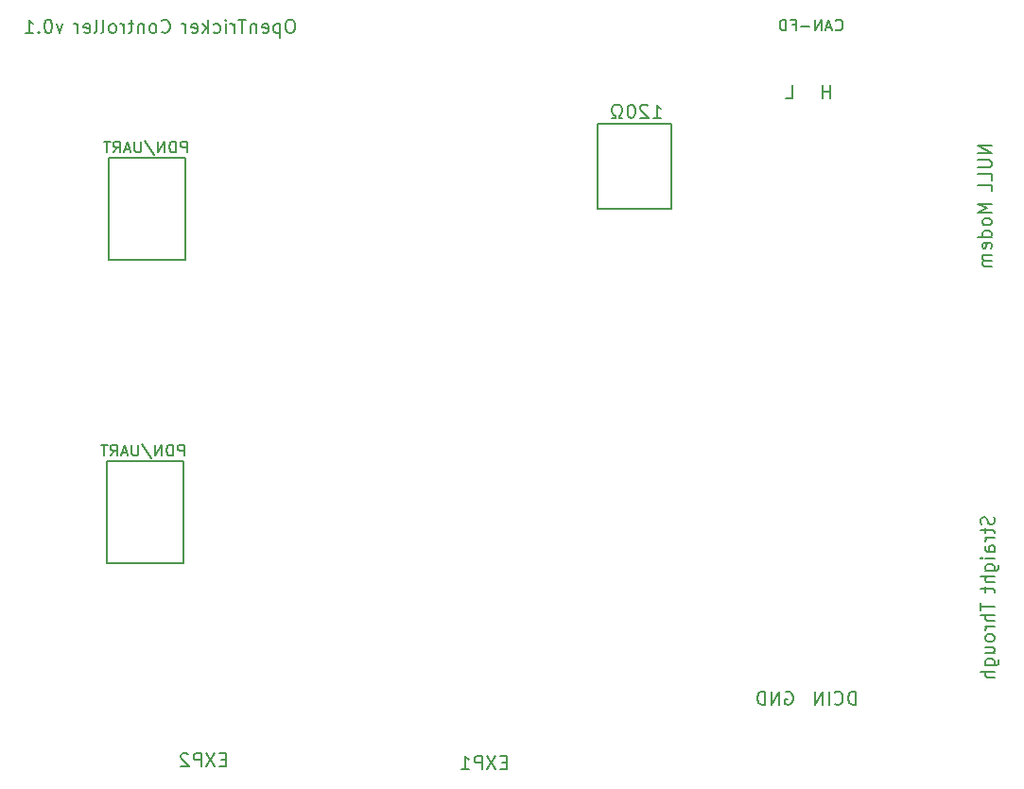
<source format=gbr>
%TF.GenerationSoftware,KiCad,Pcbnew,(7.0.0)*%
%TF.CreationDate,2023-03-02T20:10:48+13:00*%
%TF.ProjectId,pico_expansion_board,7069636f-5f65-4787-9061-6e73696f6e5f,rev?*%
%TF.SameCoordinates,Original*%
%TF.FileFunction,Legend,Bot*%
%TF.FilePolarity,Positive*%
%FSLAX46Y46*%
G04 Gerber Fmt 4.6, Leading zero omitted, Abs format (unit mm)*
G04 Created by KiCad (PCBNEW (7.0.0)) date 2023-03-02 20:10:48*
%MOMM*%
%LPD*%
G01*
G04 APERTURE LIST*
%ADD10C,0.150000*%
G04 APERTURE END LIST*
D10*
X109982000Y-68834000D02*
X116586000Y-68834000D01*
X116586000Y-68834000D02*
X116586000Y-76454000D01*
X116586000Y-76454000D02*
X109982000Y-76454000D01*
X109982000Y-76454000D02*
X109982000Y-68834000D01*
X66167000Y-71882000D02*
X73025000Y-71882000D01*
X73025000Y-71882000D02*
X73025000Y-81026000D01*
X73025000Y-81026000D02*
X66167000Y-81026000D01*
X66167000Y-81026000D02*
X66167000Y-71882000D01*
X66040000Y-99060000D02*
X72898000Y-99060000D01*
X72898000Y-99060000D02*
X72898000Y-108204000D01*
X72898000Y-108204000D02*
X66040000Y-108204000D01*
X66040000Y-108204000D02*
X66040000Y-99060000D01*
X82543714Y-59498857D02*
X82315142Y-59498857D01*
X82315142Y-59498857D02*
X82200857Y-59556000D01*
X82200857Y-59556000D02*
X82086571Y-59670285D01*
X82086571Y-59670285D02*
X82029428Y-59898857D01*
X82029428Y-59898857D02*
X82029428Y-60298857D01*
X82029428Y-60298857D02*
X82086571Y-60527428D01*
X82086571Y-60527428D02*
X82200857Y-60641714D01*
X82200857Y-60641714D02*
X82315142Y-60698857D01*
X82315142Y-60698857D02*
X82543714Y-60698857D01*
X82543714Y-60698857D02*
X82658000Y-60641714D01*
X82658000Y-60641714D02*
X82772285Y-60527428D01*
X82772285Y-60527428D02*
X82829428Y-60298857D01*
X82829428Y-60298857D02*
X82829428Y-59898857D01*
X82829428Y-59898857D02*
X82772285Y-59670285D01*
X82772285Y-59670285D02*
X82658000Y-59556000D01*
X82658000Y-59556000D02*
X82543714Y-59498857D01*
X81515142Y-59898857D02*
X81515142Y-61098857D01*
X81515142Y-59956000D02*
X81400857Y-59898857D01*
X81400857Y-59898857D02*
X81172285Y-59898857D01*
X81172285Y-59898857D02*
X81057999Y-59956000D01*
X81057999Y-59956000D02*
X81000857Y-60013142D01*
X81000857Y-60013142D02*
X80943714Y-60127428D01*
X80943714Y-60127428D02*
X80943714Y-60470285D01*
X80943714Y-60470285D02*
X81000857Y-60584571D01*
X81000857Y-60584571D02*
X81057999Y-60641714D01*
X81057999Y-60641714D02*
X81172285Y-60698857D01*
X81172285Y-60698857D02*
X81400857Y-60698857D01*
X81400857Y-60698857D02*
X81515142Y-60641714D01*
X79972285Y-60641714D02*
X80086571Y-60698857D01*
X80086571Y-60698857D02*
X80315143Y-60698857D01*
X80315143Y-60698857D02*
X80429428Y-60641714D01*
X80429428Y-60641714D02*
X80486571Y-60527428D01*
X80486571Y-60527428D02*
X80486571Y-60070285D01*
X80486571Y-60070285D02*
X80429428Y-59956000D01*
X80429428Y-59956000D02*
X80315143Y-59898857D01*
X80315143Y-59898857D02*
X80086571Y-59898857D01*
X80086571Y-59898857D02*
X79972285Y-59956000D01*
X79972285Y-59956000D02*
X79915143Y-60070285D01*
X79915143Y-60070285D02*
X79915143Y-60184571D01*
X79915143Y-60184571D02*
X80486571Y-60298857D01*
X79400857Y-59898857D02*
X79400857Y-60698857D01*
X79400857Y-60013142D02*
X79343714Y-59956000D01*
X79343714Y-59956000D02*
X79229429Y-59898857D01*
X79229429Y-59898857D02*
X79058000Y-59898857D01*
X79058000Y-59898857D02*
X78943714Y-59956000D01*
X78943714Y-59956000D02*
X78886572Y-60070285D01*
X78886572Y-60070285D02*
X78886572Y-60698857D01*
X78486572Y-59498857D02*
X77800858Y-59498857D01*
X78143715Y-60698857D02*
X78143715Y-59498857D01*
X77400857Y-60698857D02*
X77400857Y-59898857D01*
X77400857Y-60127428D02*
X77343714Y-60013142D01*
X77343714Y-60013142D02*
X77286572Y-59956000D01*
X77286572Y-59956000D02*
X77172286Y-59898857D01*
X77172286Y-59898857D02*
X77058000Y-59898857D01*
X76658000Y-60698857D02*
X76658000Y-59898857D01*
X76658000Y-59498857D02*
X76715143Y-59556000D01*
X76715143Y-59556000D02*
X76658000Y-59613142D01*
X76658000Y-59613142D02*
X76600857Y-59556000D01*
X76600857Y-59556000D02*
X76658000Y-59498857D01*
X76658000Y-59498857D02*
X76658000Y-59613142D01*
X75572286Y-60641714D02*
X75686571Y-60698857D01*
X75686571Y-60698857D02*
X75915143Y-60698857D01*
X75915143Y-60698857D02*
X76029428Y-60641714D01*
X76029428Y-60641714D02*
X76086571Y-60584571D01*
X76086571Y-60584571D02*
X76143714Y-60470285D01*
X76143714Y-60470285D02*
X76143714Y-60127428D01*
X76143714Y-60127428D02*
X76086571Y-60013142D01*
X76086571Y-60013142D02*
X76029428Y-59956000D01*
X76029428Y-59956000D02*
X75915143Y-59898857D01*
X75915143Y-59898857D02*
X75686571Y-59898857D01*
X75686571Y-59898857D02*
X75572286Y-59956000D01*
X75058000Y-60698857D02*
X75058000Y-59498857D01*
X74943715Y-60241714D02*
X74600857Y-60698857D01*
X74600857Y-59898857D02*
X75058000Y-60356000D01*
X73629428Y-60641714D02*
X73743714Y-60698857D01*
X73743714Y-60698857D02*
X73972286Y-60698857D01*
X73972286Y-60698857D02*
X74086571Y-60641714D01*
X74086571Y-60641714D02*
X74143714Y-60527428D01*
X74143714Y-60527428D02*
X74143714Y-60070285D01*
X74143714Y-60070285D02*
X74086571Y-59956000D01*
X74086571Y-59956000D02*
X73972286Y-59898857D01*
X73972286Y-59898857D02*
X73743714Y-59898857D01*
X73743714Y-59898857D02*
X73629428Y-59956000D01*
X73629428Y-59956000D02*
X73572286Y-60070285D01*
X73572286Y-60070285D02*
X73572286Y-60184571D01*
X73572286Y-60184571D02*
X74143714Y-60298857D01*
X73058000Y-60698857D02*
X73058000Y-59898857D01*
X73058000Y-60127428D02*
X73000857Y-60013142D01*
X73000857Y-60013142D02*
X72943715Y-59956000D01*
X72943715Y-59956000D02*
X72829429Y-59898857D01*
X72829429Y-59898857D02*
X72715143Y-59898857D01*
X70909429Y-60584571D02*
X70966572Y-60641714D01*
X70966572Y-60641714D02*
X71138000Y-60698857D01*
X71138000Y-60698857D02*
X71252286Y-60698857D01*
X71252286Y-60698857D02*
X71423715Y-60641714D01*
X71423715Y-60641714D02*
X71538000Y-60527428D01*
X71538000Y-60527428D02*
X71595143Y-60413142D01*
X71595143Y-60413142D02*
X71652286Y-60184571D01*
X71652286Y-60184571D02*
X71652286Y-60013142D01*
X71652286Y-60013142D02*
X71595143Y-59784571D01*
X71595143Y-59784571D02*
X71538000Y-59670285D01*
X71538000Y-59670285D02*
X71423715Y-59556000D01*
X71423715Y-59556000D02*
X71252286Y-59498857D01*
X71252286Y-59498857D02*
X71138000Y-59498857D01*
X71138000Y-59498857D02*
X70966572Y-59556000D01*
X70966572Y-59556000D02*
X70909429Y-59613142D01*
X70223715Y-60698857D02*
X70338000Y-60641714D01*
X70338000Y-60641714D02*
X70395143Y-60584571D01*
X70395143Y-60584571D02*
X70452286Y-60470285D01*
X70452286Y-60470285D02*
X70452286Y-60127428D01*
X70452286Y-60127428D02*
X70395143Y-60013142D01*
X70395143Y-60013142D02*
X70338000Y-59956000D01*
X70338000Y-59956000D02*
X70223715Y-59898857D01*
X70223715Y-59898857D02*
X70052286Y-59898857D01*
X70052286Y-59898857D02*
X69938000Y-59956000D01*
X69938000Y-59956000D02*
X69880858Y-60013142D01*
X69880858Y-60013142D02*
X69823715Y-60127428D01*
X69823715Y-60127428D02*
X69823715Y-60470285D01*
X69823715Y-60470285D02*
X69880858Y-60584571D01*
X69880858Y-60584571D02*
X69938000Y-60641714D01*
X69938000Y-60641714D02*
X70052286Y-60698857D01*
X70052286Y-60698857D02*
X70223715Y-60698857D01*
X69309429Y-59898857D02*
X69309429Y-60698857D01*
X69309429Y-60013142D02*
X69252286Y-59956000D01*
X69252286Y-59956000D02*
X69138001Y-59898857D01*
X69138001Y-59898857D02*
X68966572Y-59898857D01*
X68966572Y-59898857D02*
X68852286Y-59956000D01*
X68852286Y-59956000D02*
X68795144Y-60070285D01*
X68795144Y-60070285D02*
X68795144Y-60698857D01*
X68395144Y-59898857D02*
X67938001Y-59898857D01*
X68223715Y-59498857D02*
X68223715Y-60527428D01*
X68223715Y-60527428D02*
X68166572Y-60641714D01*
X68166572Y-60641714D02*
X68052287Y-60698857D01*
X68052287Y-60698857D02*
X67938001Y-60698857D01*
X67538001Y-60698857D02*
X67538001Y-59898857D01*
X67538001Y-60127428D02*
X67480858Y-60013142D01*
X67480858Y-60013142D02*
X67423716Y-59956000D01*
X67423716Y-59956000D02*
X67309430Y-59898857D01*
X67309430Y-59898857D02*
X67195144Y-59898857D01*
X66623716Y-60698857D02*
X66738001Y-60641714D01*
X66738001Y-60641714D02*
X66795144Y-60584571D01*
X66795144Y-60584571D02*
X66852287Y-60470285D01*
X66852287Y-60470285D02*
X66852287Y-60127428D01*
X66852287Y-60127428D02*
X66795144Y-60013142D01*
X66795144Y-60013142D02*
X66738001Y-59956000D01*
X66738001Y-59956000D02*
X66623716Y-59898857D01*
X66623716Y-59898857D02*
X66452287Y-59898857D01*
X66452287Y-59898857D02*
X66338001Y-59956000D01*
X66338001Y-59956000D02*
X66280859Y-60013142D01*
X66280859Y-60013142D02*
X66223716Y-60127428D01*
X66223716Y-60127428D02*
X66223716Y-60470285D01*
X66223716Y-60470285D02*
X66280859Y-60584571D01*
X66280859Y-60584571D02*
X66338001Y-60641714D01*
X66338001Y-60641714D02*
X66452287Y-60698857D01*
X66452287Y-60698857D02*
X66623716Y-60698857D01*
X65538002Y-60698857D02*
X65652287Y-60641714D01*
X65652287Y-60641714D02*
X65709430Y-60527428D01*
X65709430Y-60527428D02*
X65709430Y-59498857D01*
X64909431Y-60698857D02*
X65023716Y-60641714D01*
X65023716Y-60641714D02*
X65080859Y-60527428D01*
X65080859Y-60527428D02*
X65080859Y-59498857D01*
X63995145Y-60641714D02*
X64109431Y-60698857D01*
X64109431Y-60698857D02*
X64338003Y-60698857D01*
X64338003Y-60698857D02*
X64452288Y-60641714D01*
X64452288Y-60641714D02*
X64509431Y-60527428D01*
X64509431Y-60527428D02*
X64509431Y-60070285D01*
X64509431Y-60070285D02*
X64452288Y-59956000D01*
X64452288Y-59956000D02*
X64338003Y-59898857D01*
X64338003Y-59898857D02*
X64109431Y-59898857D01*
X64109431Y-59898857D02*
X63995145Y-59956000D01*
X63995145Y-59956000D02*
X63938003Y-60070285D01*
X63938003Y-60070285D02*
X63938003Y-60184571D01*
X63938003Y-60184571D02*
X64509431Y-60298857D01*
X63423717Y-60698857D02*
X63423717Y-59898857D01*
X63423717Y-60127428D02*
X63366574Y-60013142D01*
X63366574Y-60013142D02*
X63309432Y-59956000D01*
X63309432Y-59956000D02*
X63195146Y-59898857D01*
X63195146Y-59898857D02*
X63080860Y-59898857D01*
X62075146Y-59898857D02*
X61789432Y-60698857D01*
X61789432Y-60698857D02*
X61503717Y-59898857D01*
X60818003Y-59498857D02*
X60703717Y-59498857D01*
X60703717Y-59498857D02*
X60589431Y-59556000D01*
X60589431Y-59556000D02*
X60532289Y-59613142D01*
X60532289Y-59613142D02*
X60475146Y-59727428D01*
X60475146Y-59727428D02*
X60418003Y-59956000D01*
X60418003Y-59956000D02*
X60418003Y-60241714D01*
X60418003Y-60241714D02*
X60475146Y-60470285D01*
X60475146Y-60470285D02*
X60532289Y-60584571D01*
X60532289Y-60584571D02*
X60589431Y-60641714D01*
X60589431Y-60641714D02*
X60703717Y-60698857D01*
X60703717Y-60698857D02*
X60818003Y-60698857D01*
X60818003Y-60698857D02*
X60932289Y-60641714D01*
X60932289Y-60641714D02*
X60989431Y-60584571D01*
X60989431Y-60584571D02*
X61046574Y-60470285D01*
X61046574Y-60470285D02*
X61103717Y-60241714D01*
X61103717Y-60241714D02*
X61103717Y-59956000D01*
X61103717Y-59956000D02*
X61046574Y-59727428D01*
X61046574Y-59727428D02*
X60989431Y-59613142D01*
X60989431Y-59613142D02*
X60932289Y-59556000D01*
X60932289Y-59556000D02*
X60818003Y-59498857D01*
X59903717Y-60584571D02*
X59846574Y-60641714D01*
X59846574Y-60641714D02*
X59903717Y-60698857D01*
X59903717Y-60698857D02*
X59960860Y-60641714D01*
X59960860Y-60641714D02*
X59903717Y-60584571D01*
X59903717Y-60584571D02*
X59903717Y-60698857D01*
X58703717Y-60698857D02*
X59389431Y-60698857D01*
X59046574Y-60698857D02*
X59046574Y-59498857D01*
X59046574Y-59498857D02*
X59160860Y-59670285D01*
X59160860Y-59670285D02*
X59275145Y-59784571D01*
X59275145Y-59784571D02*
X59389431Y-59841714D01*
X101821999Y-126050285D02*
X101421999Y-126050285D01*
X101250571Y-126678857D02*
X101821999Y-126678857D01*
X101821999Y-126678857D02*
X101821999Y-125478857D01*
X101821999Y-125478857D02*
X101250571Y-125478857D01*
X100850571Y-125478857D02*
X100050571Y-126678857D01*
X100050571Y-125478857D02*
X100850571Y-126678857D01*
X99593428Y-126678857D02*
X99593428Y-125478857D01*
X99593428Y-125478857D02*
X99136285Y-125478857D01*
X99136285Y-125478857D02*
X99022000Y-125536000D01*
X99022000Y-125536000D02*
X98964857Y-125593142D01*
X98964857Y-125593142D02*
X98907714Y-125707428D01*
X98907714Y-125707428D02*
X98907714Y-125878857D01*
X98907714Y-125878857D02*
X98964857Y-125993142D01*
X98964857Y-125993142D02*
X99022000Y-126050285D01*
X99022000Y-126050285D02*
X99136285Y-126107428D01*
X99136285Y-126107428D02*
X99593428Y-126107428D01*
X97764857Y-126678857D02*
X98450571Y-126678857D01*
X98107714Y-126678857D02*
X98107714Y-125478857D01*
X98107714Y-125478857D02*
X98222000Y-125650285D01*
X98222000Y-125650285D02*
X98336285Y-125764571D01*
X98336285Y-125764571D02*
X98450571Y-125821714D01*
X72913904Y-98588380D02*
X72913904Y-97588380D01*
X72913904Y-97588380D02*
X72532952Y-97588380D01*
X72532952Y-97588380D02*
X72437714Y-97636000D01*
X72437714Y-97636000D02*
X72390095Y-97683619D01*
X72390095Y-97683619D02*
X72342476Y-97778857D01*
X72342476Y-97778857D02*
X72342476Y-97921714D01*
X72342476Y-97921714D02*
X72390095Y-98016952D01*
X72390095Y-98016952D02*
X72437714Y-98064571D01*
X72437714Y-98064571D02*
X72532952Y-98112190D01*
X72532952Y-98112190D02*
X72913904Y-98112190D01*
X71913904Y-98588380D02*
X71913904Y-97588380D01*
X71913904Y-97588380D02*
X71675809Y-97588380D01*
X71675809Y-97588380D02*
X71532952Y-97636000D01*
X71532952Y-97636000D02*
X71437714Y-97731238D01*
X71437714Y-97731238D02*
X71390095Y-97826476D01*
X71390095Y-97826476D02*
X71342476Y-98016952D01*
X71342476Y-98016952D02*
X71342476Y-98159809D01*
X71342476Y-98159809D02*
X71390095Y-98350285D01*
X71390095Y-98350285D02*
X71437714Y-98445523D01*
X71437714Y-98445523D02*
X71532952Y-98540761D01*
X71532952Y-98540761D02*
X71675809Y-98588380D01*
X71675809Y-98588380D02*
X71913904Y-98588380D01*
X70913904Y-98588380D02*
X70913904Y-97588380D01*
X70913904Y-97588380D02*
X70342476Y-98588380D01*
X70342476Y-98588380D02*
X70342476Y-97588380D01*
X69152000Y-97540761D02*
X70009142Y-98826476D01*
X68818666Y-97588380D02*
X68818666Y-98397904D01*
X68818666Y-98397904D02*
X68771047Y-98493142D01*
X68771047Y-98493142D02*
X68723428Y-98540761D01*
X68723428Y-98540761D02*
X68628190Y-98588380D01*
X68628190Y-98588380D02*
X68437714Y-98588380D01*
X68437714Y-98588380D02*
X68342476Y-98540761D01*
X68342476Y-98540761D02*
X68294857Y-98493142D01*
X68294857Y-98493142D02*
X68247238Y-98397904D01*
X68247238Y-98397904D02*
X68247238Y-97588380D01*
X67818666Y-98302666D02*
X67342476Y-98302666D01*
X67913904Y-98588380D02*
X67580571Y-97588380D01*
X67580571Y-97588380D02*
X67247238Y-98588380D01*
X66342476Y-98588380D02*
X66675809Y-98112190D01*
X66913904Y-98588380D02*
X66913904Y-97588380D01*
X66913904Y-97588380D02*
X66532952Y-97588380D01*
X66532952Y-97588380D02*
X66437714Y-97636000D01*
X66437714Y-97636000D02*
X66390095Y-97683619D01*
X66390095Y-97683619D02*
X66342476Y-97778857D01*
X66342476Y-97778857D02*
X66342476Y-97921714D01*
X66342476Y-97921714D02*
X66390095Y-98016952D01*
X66390095Y-98016952D02*
X66437714Y-98064571D01*
X66437714Y-98064571D02*
X66532952Y-98112190D01*
X66532952Y-98112190D02*
X66913904Y-98112190D01*
X66056761Y-97588380D02*
X65485333Y-97588380D01*
X65771047Y-98588380D02*
X65771047Y-97588380D01*
X73167904Y-71410380D02*
X73167904Y-70410380D01*
X73167904Y-70410380D02*
X72786952Y-70410380D01*
X72786952Y-70410380D02*
X72691714Y-70458000D01*
X72691714Y-70458000D02*
X72644095Y-70505619D01*
X72644095Y-70505619D02*
X72596476Y-70600857D01*
X72596476Y-70600857D02*
X72596476Y-70743714D01*
X72596476Y-70743714D02*
X72644095Y-70838952D01*
X72644095Y-70838952D02*
X72691714Y-70886571D01*
X72691714Y-70886571D02*
X72786952Y-70934190D01*
X72786952Y-70934190D02*
X73167904Y-70934190D01*
X72167904Y-71410380D02*
X72167904Y-70410380D01*
X72167904Y-70410380D02*
X71929809Y-70410380D01*
X71929809Y-70410380D02*
X71786952Y-70458000D01*
X71786952Y-70458000D02*
X71691714Y-70553238D01*
X71691714Y-70553238D02*
X71644095Y-70648476D01*
X71644095Y-70648476D02*
X71596476Y-70838952D01*
X71596476Y-70838952D02*
X71596476Y-70981809D01*
X71596476Y-70981809D02*
X71644095Y-71172285D01*
X71644095Y-71172285D02*
X71691714Y-71267523D01*
X71691714Y-71267523D02*
X71786952Y-71362761D01*
X71786952Y-71362761D02*
X71929809Y-71410380D01*
X71929809Y-71410380D02*
X72167904Y-71410380D01*
X71167904Y-71410380D02*
X71167904Y-70410380D01*
X71167904Y-70410380D02*
X70596476Y-71410380D01*
X70596476Y-71410380D02*
X70596476Y-70410380D01*
X69406000Y-70362761D02*
X70263142Y-71648476D01*
X69072666Y-70410380D02*
X69072666Y-71219904D01*
X69072666Y-71219904D02*
X69025047Y-71315142D01*
X69025047Y-71315142D02*
X68977428Y-71362761D01*
X68977428Y-71362761D02*
X68882190Y-71410380D01*
X68882190Y-71410380D02*
X68691714Y-71410380D01*
X68691714Y-71410380D02*
X68596476Y-71362761D01*
X68596476Y-71362761D02*
X68548857Y-71315142D01*
X68548857Y-71315142D02*
X68501238Y-71219904D01*
X68501238Y-71219904D02*
X68501238Y-70410380D01*
X68072666Y-71124666D02*
X67596476Y-71124666D01*
X68167904Y-71410380D02*
X67834571Y-70410380D01*
X67834571Y-70410380D02*
X67501238Y-71410380D01*
X66596476Y-71410380D02*
X66929809Y-70934190D01*
X67167904Y-71410380D02*
X67167904Y-70410380D01*
X67167904Y-70410380D02*
X66786952Y-70410380D01*
X66786952Y-70410380D02*
X66691714Y-70458000D01*
X66691714Y-70458000D02*
X66644095Y-70505619D01*
X66644095Y-70505619D02*
X66596476Y-70600857D01*
X66596476Y-70600857D02*
X66596476Y-70743714D01*
X66596476Y-70743714D02*
X66644095Y-70838952D01*
X66644095Y-70838952D02*
X66691714Y-70886571D01*
X66691714Y-70886571D02*
X66786952Y-70934190D01*
X66786952Y-70934190D02*
X67167904Y-70934190D01*
X66310761Y-70410380D02*
X65739333Y-70410380D01*
X66025047Y-71410380D02*
X66025047Y-70410380D01*
X130778285Y-66540857D02*
X130778285Y-65340857D01*
X130778285Y-65912285D02*
X130092571Y-65912285D01*
X130092571Y-66540857D02*
X130092571Y-65340857D01*
X126789714Y-66540857D02*
X127361142Y-66540857D01*
X127361142Y-66540857D02*
X127361142Y-65340857D01*
X114909714Y-68318857D02*
X115595428Y-68318857D01*
X115252571Y-68318857D02*
X115252571Y-67118857D01*
X115252571Y-67118857D02*
X115366857Y-67290285D01*
X115366857Y-67290285D02*
X115481142Y-67404571D01*
X115481142Y-67404571D02*
X115595428Y-67461714D01*
X114452571Y-67233142D02*
X114395428Y-67176000D01*
X114395428Y-67176000D02*
X114281143Y-67118857D01*
X114281143Y-67118857D02*
X113995428Y-67118857D01*
X113995428Y-67118857D02*
X113881143Y-67176000D01*
X113881143Y-67176000D02*
X113824000Y-67233142D01*
X113824000Y-67233142D02*
X113766857Y-67347428D01*
X113766857Y-67347428D02*
X113766857Y-67461714D01*
X113766857Y-67461714D02*
X113824000Y-67633142D01*
X113824000Y-67633142D02*
X114509714Y-68318857D01*
X114509714Y-68318857D02*
X113766857Y-68318857D01*
X113024000Y-67118857D02*
X112909714Y-67118857D01*
X112909714Y-67118857D02*
X112795428Y-67176000D01*
X112795428Y-67176000D02*
X112738286Y-67233142D01*
X112738286Y-67233142D02*
X112681143Y-67347428D01*
X112681143Y-67347428D02*
X112624000Y-67576000D01*
X112624000Y-67576000D02*
X112624000Y-67861714D01*
X112624000Y-67861714D02*
X112681143Y-68090285D01*
X112681143Y-68090285D02*
X112738286Y-68204571D01*
X112738286Y-68204571D02*
X112795428Y-68261714D01*
X112795428Y-68261714D02*
X112909714Y-68318857D01*
X112909714Y-68318857D02*
X113024000Y-68318857D01*
X113024000Y-68318857D02*
X113138286Y-68261714D01*
X113138286Y-68261714D02*
X113195428Y-68204571D01*
X113195428Y-68204571D02*
X113252571Y-68090285D01*
X113252571Y-68090285D02*
X113309714Y-67861714D01*
X113309714Y-67861714D02*
X113309714Y-67576000D01*
X113309714Y-67576000D02*
X113252571Y-67347428D01*
X113252571Y-67347428D02*
X113195428Y-67233142D01*
X113195428Y-67233142D02*
X113138286Y-67176000D01*
X113138286Y-67176000D02*
X113024000Y-67118857D01*
X112166857Y-68318857D02*
X111881143Y-68318857D01*
X111881143Y-68318857D02*
X111881143Y-68090285D01*
X111881143Y-68090285D02*
X111995429Y-68033142D01*
X111995429Y-68033142D02*
X112109714Y-67918857D01*
X112109714Y-67918857D02*
X112166857Y-67747428D01*
X112166857Y-67747428D02*
X112166857Y-67461714D01*
X112166857Y-67461714D02*
X112109714Y-67290285D01*
X112109714Y-67290285D02*
X111995429Y-67176000D01*
X111995429Y-67176000D02*
X111824000Y-67118857D01*
X111824000Y-67118857D02*
X111595429Y-67118857D01*
X111595429Y-67118857D02*
X111424000Y-67176000D01*
X111424000Y-67176000D02*
X111309714Y-67290285D01*
X111309714Y-67290285D02*
X111252571Y-67461714D01*
X111252571Y-67461714D02*
X111252571Y-67747428D01*
X111252571Y-67747428D02*
X111309714Y-67918857D01*
X111309714Y-67918857D02*
X111424000Y-68033142D01*
X111424000Y-68033142D02*
X111538286Y-68090285D01*
X111538286Y-68090285D02*
X111538286Y-68318857D01*
X111538286Y-68318857D02*
X111252571Y-68318857D01*
X131270476Y-60393142D02*
X131318095Y-60440761D01*
X131318095Y-60440761D02*
X131460952Y-60488380D01*
X131460952Y-60488380D02*
X131556190Y-60488380D01*
X131556190Y-60488380D02*
X131699047Y-60440761D01*
X131699047Y-60440761D02*
X131794285Y-60345523D01*
X131794285Y-60345523D02*
X131841904Y-60250285D01*
X131841904Y-60250285D02*
X131889523Y-60059809D01*
X131889523Y-60059809D02*
X131889523Y-59916952D01*
X131889523Y-59916952D02*
X131841904Y-59726476D01*
X131841904Y-59726476D02*
X131794285Y-59631238D01*
X131794285Y-59631238D02*
X131699047Y-59536000D01*
X131699047Y-59536000D02*
X131556190Y-59488380D01*
X131556190Y-59488380D02*
X131460952Y-59488380D01*
X131460952Y-59488380D02*
X131318095Y-59536000D01*
X131318095Y-59536000D02*
X131270476Y-59583619D01*
X130889523Y-60202666D02*
X130413333Y-60202666D01*
X130984761Y-60488380D02*
X130651428Y-59488380D01*
X130651428Y-59488380D02*
X130318095Y-60488380D01*
X129984761Y-60488380D02*
X129984761Y-59488380D01*
X129984761Y-59488380D02*
X129413333Y-60488380D01*
X129413333Y-60488380D02*
X129413333Y-59488380D01*
X128937142Y-60107428D02*
X128175238Y-60107428D01*
X127365714Y-59964571D02*
X127699047Y-59964571D01*
X127699047Y-60488380D02*
X127699047Y-59488380D01*
X127699047Y-59488380D02*
X127222857Y-59488380D01*
X126841904Y-60488380D02*
X126841904Y-59488380D01*
X126841904Y-59488380D02*
X126603809Y-59488380D01*
X126603809Y-59488380D02*
X126460952Y-59536000D01*
X126460952Y-59536000D02*
X126365714Y-59631238D01*
X126365714Y-59631238D02*
X126318095Y-59726476D01*
X126318095Y-59726476D02*
X126270476Y-59916952D01*
X126270476Y-59916952D02*
X126270476Y-60059809D01*
X126270476Y-60059809D02*
X126318095Y-60250285D01*
X126318095Y-60250285D02*
X126365714Y-60345523D01*
X126365714Y-60345523D02*
X126460952Y-60440761D01*
X126460952Y-60440761D02*
X126603809Y-60488380D01*
X126603809Y-60488380D02*
X126841904Y-60488380D01*
X133064285Y-120896857D02*
X133064285Y-119696857D01*
X133064285Y-119696857D02*
X132778571Y-119696857D01*
X132778571Y-119696857D02*
X132607142Y-119754000D01*
X132607142Y-119754000D02*
X132492857Y-119868285D01*
X132492857Y-119868285D02*
X132435714Y-119982571D01*
X132435714Y-119982571D02*
X132378571Y-120211142D01*
X132378571Y-120211142D02*
X132378571Y-120382571D01*
X132378571Y-120382571D02*
X132435714Y-120611142D01*
X132435714Y-120611142D02*
X132492857Y-120725428D01*
X132492857Y-120725428D02*
X132607142Y-120839714D01*
X132607142Y-120839714D02*
X132778571Y-120896857D01*
X132778571Y-120896857D02*
X133064285Y-120896857D01*
X131178571Y-120782571D02*
X131235714Y-120839714D01*
X131235714Y-120839714D02*
X131407142Y-120896857D01*
X131407142Y-120896857D02*
X131521428Y-120896857D01*
X131521428Y-120896857D02*
X131692857Y-120839714D01*
X131692857Y-120839714D02*
X131807142Y-120725428D01*
X131807142Y-120725428D02*
X131864285Y-120611142D01*
X131864285Y-120611142D02*
X131921428Y-120382571D01*
X131921428Y-120382571D02*
X131921428Y-120211142D01*
X131921428Y-120211142D02*
X131864285Y-119982571D01*
X131864285Y-119982571D02*
X131807142Y-119868285D01*
X131807142Y-119868285D02*
X131692857Y-119754000D01*
X131692857Y-119754000D02*
X131521428Y-119696857D01*
X131521428Y-119696857D02*
X131407142Y-119696857D01*
X131407142Y-119696857D02*
X131235714Y-119754000D01*
X131235714Y-119754000D02*
X131178571Y-119811142D01*
X130664285Y-120896857D02*
X130664285Y-119696857D01*
X130092856Y-120896857D02*
X130092856Y-119696857D01*
X130092856Y-119696857D02*
X129407142Y-120896857D01*
X129407142Y-120896857D02*
X129407142Y-119696857D01*
X126767142Y-119754000D02*
X126881428Y-119696857D01*
X126881428Y-119696857D02*
X127052856Y-119696857D01*
X127052856Y-119696857D02*
X127224285Y-119754000D01*
X127224285Y-119754000D02*
X127338570Y-119868285D01*
X127338570Y-119868285D02*
X127395713Y-119982571D01*
X127395713Y-119982571D02*
X127452856Y-120211142D01*
X127452856Y-120211142D02*
X127452856Y-120382571D01*
X127452856Y-120382571D02*
X127395713Y-120611142D01*
X127395713Y-120611142D02*
X127338570Y-120725428D01*
X127338570Y-120725428D02*
X127224285Y-120839714D01*
X127224285Y-120839714D02*
X127052856Y-120896857D01*
X127052856Y-120896857D02*
X126938570Y-120896857D01*
X126938570Y-120896857D02*
X126767142Y-120839714D01*
X126767142Y-120839714D02*
X126709999Y-120782571D01*
X126709999Y-120782571D02*
X126709999Y-120382571D01*
X126709999Y-120382571D02*
X126938570Y-120382571D01*
X126195713Y-120896857D02*
X126195713Y-119696857D01*
X126195713Y-119696857D02*
X125509999Y-120896857D01*
X125509999Y-120896857D02*
X125509999Y-119696857D01*
X124938570Y-120896857D02*
X124938570Y-119696857D01*
X124938570Y-119696857D02*
X124652856Y-119696857D01*
X124652856Y-119696857D02*
X124481427Y-119754000D01*
X124481427Y-119754000D02*
X124367142Y-119868285D01*
X124367142Y-119868285D02*
X124309999Y-119982571D01*
X124309999Y-119982571D02*
X124252856Y-120211142D01*
X124252856Y-120211142D02*
X124252856Y-120382571D01*
X124252856Y-120382571D02*
X124309999Y-120611142D01*
X124309999Y-120611142D02*
X124367142Y-120725428D01*
X124367142Y-120725428D02*
X124481427Y-120839714D01*
X124481427Y-120839714D02*
X124652856Y-120896857D01*
X124652856Y-120896857D02*
X124938570Y-120896857D01*
X76675999Y-125796285D02*
X76275999Y-125796285D01*
X76104571Y-126424857D02*
X76675999Y-126424857D01*
X76675999Y-126424857D02*
X76675999Y-125224857D01*
X76675999Y-125224857D02*
X76104571Y-125224857D01*
X75704571Y-125224857D02*
X74904571Y-126424857D01*
X74904571Y-125224857D02*
X75704571Y-126424857D01*
X74447428Y-126424857D02*
X74447428Y-125224857D01*
X74447428Y-125224857D02*
X73990285Y-125224857D01*
X73990285Y-125224857D02*
X73876000Y-125282000D01*
X73876000Y-125282000D02*
X73818857Y-125339142D01*
X73818857Y-125339142D02*
X73761714Y-125453428D01*
X73761714Y-125453428D02*
X73761714Y-125624857D01*
X73761714Y-125624857D02*
X73818857Y-125739142D01*
X73818857Y-125739142D02*
X73876000Y-125796285D01*
X73876000Y-125796285D02*
X73990285Y-125853428D01*
X73990285Y-125853428D02*
X74447428Y-125853428D01*
X73304571Y-125339142D02*
X73247428Y-125282000D01*
X73247428Y-125282000D02*
X73133143Y-125224857D01*
X73133143Y-125224857D02*
X72847428Y-125224857D01*
X72847428Y-125224857D02*
X72733143Y-125282000D01*
X72733143Y-125282000D02*
X72676000Y-125339142D01*
X72676000Y-125339142D02*
X72618857Y-125453428D01*
X72618857Y-125453428D02*
X72618857Y-125567714D01*
X72618857Y-125567714D02*
X72676000Y-125739142D01*
X72676000Y-125739142D02*
X73361714Y-126424857D01*
X73361714Y-126424857D02*
X72618857Y-126424857D01*
X145220857Y-70811428D02*
X144020857Y-70811428D01*
X144020857Y-70811428D02*
X145220857Y-71497142D01*
X145220857Y-71497142D02*
X144020857Y-71497142D01*
X144020857Y-72068571D02*
X144992285Y-72068571D01*
X144992285Y-72068571D02*
X145106571Y-72125714D01*
X145106571Y-72125714D02*
X145163714Y-72182857D01*
X145163714Y-72182857D02*
X145220857Y-72297142D01*
X145220857Y-72297142D02*
X145220857Y-72525714D01*
X145220857Y-72525714D02*
X145163714Y-72639999D01*
X145163714Y-72639999D02*
X145106571Y-72697142D01*
X145106571Y-72697142D02*
X144992285Y-72754285D01*
X144992285Y-72754285D02*
X144020857Y-72754285D01*
X145220857Y-73897142D02*
X145220857Y-73325714D01*
X145220857Y-73325714D02*
X144020857Y-73325714D01*
X145220857Y-74868571D02*
X145220857Y-74297143D01*
X145220857Y-74297143D02*
X144020857Y-74297143D01*
X145220857Y-75988572D02*
X144020857Y-75988572D01*
X144020857Y-75988572D02*
X144878000Y-76388572D01*
X144878000Y-76388572D02*
X144020857Y-76788572D01*
X144020857Y-76788572D02*
X145220857Y-76788572D01*
X145220857Y-77531429D02*
X145163714Y-77417144D01*
X145163714Y-77417144D02*
X145106571Y-77360001D01*
X145106571Y-77360001D02*
X144992285Y-77302858D01*
X144992285Y-77302858D02*
X144649428Y-77302858D01*
X144649428Y-77302858D02*
X144535142Y-77360001D01*
X144535142Y-77360001D02*
X144478000Y-77417144D01*
X144478000Y-77417144D02*
X144420857Y-77531429D01*
X144420857Y-77531429D02*
X144420857Y-77702858D01*
X144420857Y-77702858D02*
X144478000Y-77817144D01*
X144478000Y-77817144D02*
X144535142Y-77874287D01*
X144535142Y-77874287D02*
X144649428Y-77931429D01*
X144649428Y-77931429D02*
X144992285Y-77931429D01*
X144992285Y-77931429D02*
X145106571Y-77874287D01*
X145106571Y-77874287D02*
X145163714Y-77817144D01*
X145163714Y-77817144D02*
X145220857Y-77702858D01*
X145220857Y-77702858D02*
X145220857Y-77531429D01*
X145220857Y-78960001D02*
X144020857Y-78960001D01*
X145163714Y-78960001D02*
X145220857Y-78845715D01*
X145220857Y-78845715D02*
X145220857Y-78617143D01*
X145220857Y-78617143D02*
X145163714Y-78502858D01*
X145163714Y-78502858D02*
X145106571Y-78445715D01*
X145106571Y-78445715D02*
X144992285Y-78388572D01*
X144992285Y-78388572D02*
X144649428Y-78388572D01*
X144649428Y-78388572D02*
X144535142Y-78445715D01*
X144535142Y-78445715D02*
X144478000Y-78502858D01*
X144478000Y-78502858D02*
X144420857Y-78617143D01*
X144420857Y-78617143D02*
X144420857Y-78845715D01*
X144420857Y-78845715D02*
X144478000Y-78960001D01*
X145163714Y-79988572D02*
X145220857Y-79874286D01*
X145220857Y-79874286D02*
X145220857Y-79645715D01*
X145220857Y-79645715D02*
X145163714Y-79531429D01*
X145163714Y-79531429D02*
X145049428Y-79474286D01*
X145049428Y-79474286D02*
X144592285Y-79474286D01*
X144592285Y-79474286D02*
X144478000Y-79531429D01*
X144478000Y-79531429D02*
X144420857Y-79645715D01*
X144420857Y-79645715D02*
X144420857Y-79874286D01*
X144420857Y-79874286D02*
X144478000Y-79988572D01*
X144478000Y-79988572D02*
X144592285Y-80045715D01*
X144592285Y-80045715D02*
X144706571Y-80045715D01*
X144706571Y-80045715D02*
X144820857Y-79474286D01*
X145220857Y-80560000D02*
X144420857Y-80560000D01*
X144535142Y-80560000D02*
X144478000Y-80617143D01*
X144478000Y-80617143D02*
X144420857Y-80731428D01*
X144420857Y-80731428D02*
X144420857Y-80902857D01*
X144420857Y-80902857D02*
X144478000Y-81017143D01*
X144478000Y-81017143D02*
X144592285Y-81074286D01*
X144592285Y-81074286D02*
X145220857Y-81074286D01*
X144592285Y-81074286D02*
X144478000Y-81131428D01*
X144478000Y-81131428D02*
X144420857Y-81245714D01*
X144420857Y-81245714D02*
X144420857Y-81417143D01*
X144420857Y-81417143D02*
X144478000Y-81531428D01*
X144478000Y-81531428D02*
X144592285Y-81588571D01*
X144592285Y-81588571D02*
X145220857Y-81588571D01*
%TO.C,J6*%
X145417714Y-104044858D02*
X145474857Y-104216287D01*
X145474857Y-104216287D02*
X145474857Y-104502001D01*
X145474857Y-104502001D02*
X145417714Y-104616287D01*
X145417714Y-104616287D02*
X145360571Y-104673429D01*
X145360571Y-104673429D02*
X145246285Y-104730572D01*
X145246285Y-104730572D02*
X145132000Y-104730572D01*
X145132000Y-104730572D02*
X145017714Y-104673429D01*
X145017714Y-104673429D02*
X144960571Y-104616287D01*
X144960571Y-104616287D02*
X144903428Y-104502001D01*
X144903428Y-104502001D02*
X144846285Y-104273429D01*
X144846285Y-104273429D02*
X144789142Y-104159144D01*
X144789142Y-104159144D02*
X144732000Y-104102001D01*
X144732000Y-104102001D02*
X144617714Y-104044858D01*
X144617714Y-104044858D02*
X144503428Y-104044858D01*
X144503428Y-104044858D02*
X144389142Y-104102001D01*
X144389142Y-104102001D02*
X144332000Y-104159144D01*
X144332000Y-104159144D02*
X144274857Y-104273429D01*
X144274857Y-104273429D02*
X144274857Y-104559144D01*
X144274857Y-104559144D02*
X144332000Y-104730572D01*
X144674857Y-105073429D02*
X144674857Y-105530572D01*
X144274857Y-105244858D02*
X145303428Y-105244858D01*
X145303428Y-105244858D02*
X145417714Y-105302001D01*
X145417714Y-105302001D02*
X145474857Y-105416286D01*
X145474857Y-105416286D02*
X145474857Y-105530572D01*
X145474857Y-105930572D02*
X144674857Y-105930572D01*
X144903428Y-105930572D02*
X144789142Y-105987715D01*
X144789142Y-105987715D02*
X144732000Y-106044858D01*
X144732000Y-106044858D02*
X144674857Y-106159143D01*
X144674857Y-106159143D02*
X144674857Y-106273429D01*
X145474857Y-107187715D02*
X144846285Y-107187715D01*
X144846285Y-107187715D02*
X144732000Y-107130572D01*
X144732000Y-107130572D02*
X144674857Y-107016286D01*
X144674857Y-107016286D02*
X144674857Y-106787715D01*
X144674857Y-106787715D02*
X144732000Y-106673429D01*
X145417714Y-107187715D02*
X145474857Y-107073429D01*
X145474857Y-107073429D02*
X145474857Y-106787715D01*
X145474857Y-106787715D02*
X145417714Y-106673429D01*
X145417714Y-106673429D02*
X145303428Y-106616286D01*
X145303428Y-106616286D02*
X145189142Y-106616286D01*
X145189142Y-106616286D02*
X145074857Y-106673429D01*
X145074857Y-106673429D02*
X145017714Y-106787715D01*
X145017714Y-106787715D02*
X145017714Y-107073429D01*
X145017714Y-107073429D02*
X144960571Y-107187715D01*
X145474857Y-107759143D02*
X144674857Y-107759143D01*
X144274857Y-107759143D02*
X144332000Y-107702000D01*
X144332000Y-107702000D02*
X144389142Y-107759143D01*
X144389142Y-107759143D02*
X144332000Y-107816286D01*
X144332000Y-107816286D02*
X144274857Y-107759143D01*
X144274857Y-107759143D02*
X144389142Y-107759143D01*
X144674857Y-108844858D02*
X145646285Y-108844858D01*
X145646285Y-108844858D02*
X145760571Y-108787715D01*
X145760571Y-108787715D02*
X145817714Y-108730572D01*
X145817714Y-108730572D02*
X145874857Y-108616286D01*
X145874857Y-108616286D02*
X145874857Y-108444858D01*
X145874857Y-108444858D02*
X145817714Y-108330572D01*
X145417714Y-108844858D02*
X145474857Y-108730572D01*
X145474857Y-108730572D02*
X145474857Y-108502000D01*
X145474857Y-108502000D02*
X145417714Y-108387715D01*
X145417714Y-108387715D02*
X145360571Y-108330572D01*
X145360571Y-108330572D02*
X145246285Y-108273429D01*
X145246285Y-108273429D02*
X144903428Y-108273429D01*
X144903428Y-108273429D02*
X144789142Y-108330572D01*
X144789142Y-108330572D02*
X144732000Y-108387715D01*
X144732000Y-108387715D02*
X144674857Y-108502000D01*
X144674857Y-108502000D02*
X144674857Y-108730572D01*
X144674857Y-108730572D02*
X144732000Y-108844858D01*
X145474857Y-109416286D02*
X144274857Y-109416286D01*
X145474857Y-109930572D02*
X144846285Y-109930572D01*
X144846285Y-109930572D02*
X144732000Y-109873429D01*
X144732000Y-109873429D02*
X144674857Y-109759143D01*
X144674857Y-109759143D02*
X144674857Y-109587714D01*
X144674857Y-109587714D02*
X144732000Y-109473429D01*
X144732000Y-109473429D02*
X144789142Y-109416286D01*
X144674857Y-110330571D02*
X144674857Y-110787714D01*
X144274857Y-110502000D02*
X145303428Y-110502000D01*
X145303428Y-110502000D02*
X145417714Y-110559143D01*
X145417714Y-110559143D02*
X145474857Y-110673428D01*
X145474857Y-110673428D02*
X145474857Y-110787714D01*
X144274857Y-111736285D02*
X144274857Y-112422000D01*
X145474857Y-112079142D02*
X144274857Y-112079142D01*
X145474857Y-112822000D02*
X144274857Y-112822000D01*
X145474857Y-113336286D02*
X144846285Y-113336286D01*
X144846285Y-113336286D02*
X144732000Y-113279143D01*
X144732000Y-113279143D02*
X144674857Y-113164857D01*
X144674857Y-113164857D02*
X144674857Y-112993428D01*
X144674857Y-112993428D02*
X144732000Y-112879143D01*
X144732000Y-112879143D02*
X144789142Y-112822000D01*
X145474857Y-113907714D02*
X144674857Y-113907714D01*
X144903428Y-113907714D02*
X144789142Y-113964857D01*
X144789142Y-113964857D02*
X144732000Y-114022000D01*
X144732000Y-114022000D02*
X144674857Y-114136285D01*
X144674857Y-114136285D02*
X144674857Y-114250571D01*
X145474857Y-114821999D02*
X145417714Y-114707714D01*
X145417714Y-114707714D02*
X145360571Y-114650571D01*
X145360571Y-114650571D02*
X145246285Y-114593428D01*
X145246285Y-114593428D02*
X144903428Y-114593428D01*
X144903428Y-114593428D02*
X144789142Y-114650571D01*
X144789142Y-114650571D02*
X144732000Y-114707714D01*
X144732000Y-114707714D02*
X144674857Y-114821999D01*
X144674857Y-114821999D02*
X144674857Y-114993428D01*
X144674857Y-114993428D02*
X144732000Y-115107714D01*
X144732000Y-115107714D02*
X144789142Y-115164857D01*
X144789142Y-115164857D02*
X144903428Y-115221999D01*
X144903428Y-115221999D02*
X145246285Y-115221999D01*
X145246285Y-115221999D02*
X145360571Y-115164857D01*
X145360571Y-115164857D02*
X145417714Y-115107714D01*
X145417714Y-115107714D02*
X145474857Y-114993428D01*
X145474857Y-114993428D02*
X145474857Y-114821999D01*
X144674857Y-116250571D02*
X145474857Y-116250571D01*
X144674857Y-115736285D02*
X145303428Y-115736285D01*
X145303428Y-115736285D02*
X145417714Y-115793428D01*
X145417714Y-115793428D02*
X145474857Y-115907713D01*
X145474857Y-115907713D02*
X145474857Y-116079142D01*
X145474857Y-116079142D02*
X145417714Y-116193428D01*
X145417714Y-116193428D02*
X145360571Y-116250571D01*
X144674857Y-117336285D02*
X145646285Y-117336285D01*
X145646285Y-117336285D02*
X145760571Y-117279142D01*
X145760571Y-117279142D02*
X145817714Y-117221999D01*
X145817714Y-117221999D02*
X145874857Y-117107713D01*
X145874857Y-117107713D02*
X145874857Y-116936285D01*
X145874857Y-116936285D02*
X145817714Y-116821999D01*
X145417714Y-117336285D02*
X145474857Y-117221999D01*
X145474857Y-117221999D02*
X145474857Y-116993427D01*
X145474857Y-116993427D02*
X145417714Y-116879142D01*
X145417714Y-116879142D02*
X145360571Y-116821999D01*
X145360571Y-116821999D02*
X145246285Y-116764856D01*
X145246285Y-116764856D02*
X144903428Y-116764856D01*
X144903428Y-116764856D02*
X144789142Y-116821999D01*
X144789142Y-116821999D02*
X144732000Y-116879142D01*
X144732000Y-116879142D02*
X144674857Y-116993427D01*
X144674857Y-116993427D02*
X144674857Y-117221999D01*
X144674857Y-117221999D02*
X144732000Y-117336285D01*
X145474857Y-117907713D02*
X144274857Y-117907713D01*
X145474857Y-118421999D02*
X144846285Y-118421999D01*
X144846285Y-118421999D02*
X144732000Y-118364856D01*
X144732000Y-118364856D02*
X144674857Y-118250570D01*
X144674857Y-118250570D02*
X144674857Y-118079141D01*
X144674857Y-118079141D02*
X144732000Y-117964856D01*
X144732000Y-117964856D02*
X144789142Y-117907713D01*
%TD*%
M02*

</source>
